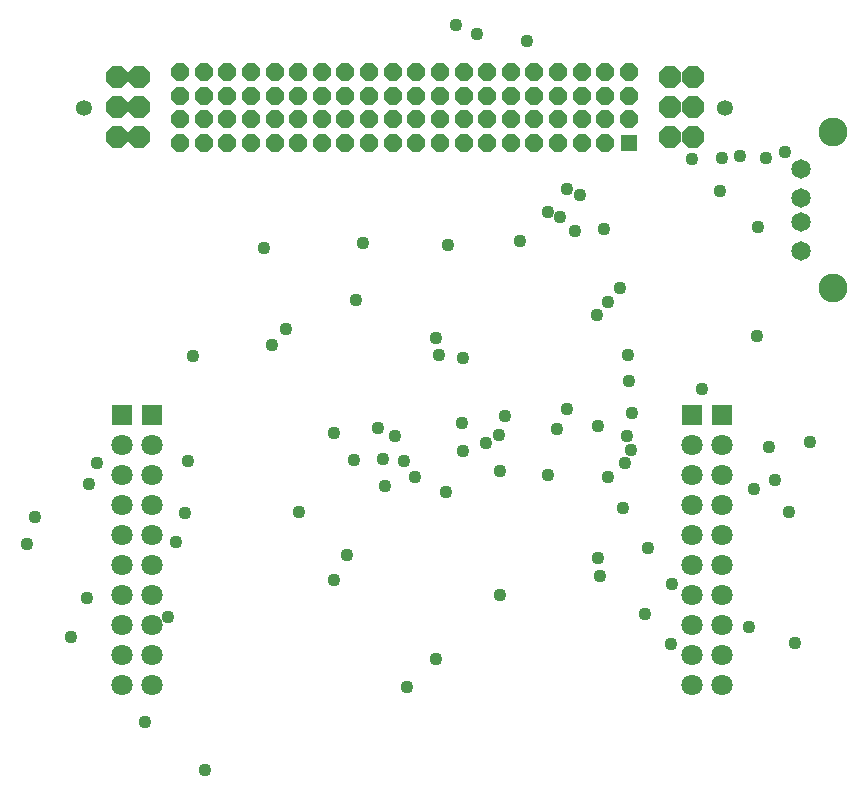
<source format=gbs>
G75*
%MOIN*%
%OFA0B0*%
%FSLAX25Y25*%
%IPPOS*%
%LPD*%
%AMOC8*
5,1,8,0,0,1.08239X$1,22.5*
%
%ADD10R,0.07096X0.07096*%
%ADD11C,0.07096*%
%ADD12C,0.05324*%
%ADD13OC8,0.07096*%
%ADD14R,0.05679X0.05679*%
%ADD15OC8,0.05679*%
%ADD16C,0.06506*%
%ADD17C,0.09655*%
%ADD18C,0.04362*%
D10*
X0061800Y0136800D03*
X0071800Y0136800D03*
X0251800Y0136800D03*
X0261800Y0136800D03*
D11*
X0061800Y0046800D03*
X0061800Y0056800D03*
X0071800Y0056800D03*
X0071800Y0046800D03*
X0071800Y0066800D03*
X0071800Y0076800D03*
X0061800Y0076800D03*
X0061800Y0066800D03*
X0061800Y0086800D03*
X0071800Y0086800D03*
X0071800Y0096800D03*
X0071800Y0106800D03*
X0061800Y0106800D03*
X0061800Y0096800D03*
X0061800Y0116800D03*
X0071800Y0116800D03*
X0071800Y0126800D03*
X0061800Y0126800D03*
X0251800Y0126800D03*
X0261800Y0126800D03*
X0261800Y0116800D03*
X0251800Y0116800D03*
X0251800Y0106800D03*
X0261800Y0106800D03*
X0261800Y0096800D03*
X0251800Y0096800D03*
X0251800Y0086800D03*
X0261800Y0086800D03*
X0261800Y0076800D03*
X0251800Y0076800D03*
X0251800Y0066800D03*
X0261800Y0066800D03*
X0261800Y0056800D03*
X0251800Y0056800D03*
X0251800Y0046800D03*
X0261800Y0046800D03*
D12*
X0263020Y0239167D03*
X0049280Y0239167D03*
D13*
X0060146Y0239285D03*
X0067548Y0239285D03*
X0067548Y0229285D03*
X0060146Y0229285D03*
X0060146Y0249285D03*
X0067548Y0249285D03*
X0244752Y0249281D03*
X0252154Y0249281D03*
X0252154Y0239281D03*
X0244752Y0239281D03*
X0244752Y0229281D03*
X0252154Y0229281D03*
D14*
X0230953Y0227474D03*
D15*
X0223079Y0227474D03*
X0215205Y0227474D03*
X0207331Y0227474D03*
X0199457Y0227474D03*
X0191583Y0227474D03*
X0183709Y0227474D03*
X0175835Y0227474D03*
X0167961Y0227474D03*
X0160087Y0227474D03*
X0152213Y0227474D03*
X0144339Y0227474D03*
X0136465Y0227474D03*
X0128591Y0227474D03*
X0120717Y0227474D03*
X0112843Y0227474D03*
X0104969Y0227474D03*
X0097095Y0227474D03*
X0089221Y0227474D03*
X0081347Y0227474D03*
X0081347Y0235348D03*
X0089221Y0235348D03*
X0097095Y0235348D03*
X0104969Y0235348D03*
X0112843Y0235348D03*
X0120717Y0235348D03*
X0128591Y0235348D03*
X0136465Y0235348D03*
X0144339Y0235348D03*
X0152213Y0235348D03*
X0160087Y0235348D03*
X0167961Y0235348D03*
X0175835Y0235348D03*
X0183709Y0235348D03*
X0191583Y0235348D03*
X0199457Y0235348D03*
X0207331Y0235348D03*
X0215205Y0235348D03*
X0223079Y0235348D03*
X0230953Y0235348D03*
X0230953Y0243222D03*
X0223079Y0243222D03*
X0215205Y0243222D03*
X0207331Y0243222D03*
X0199457Y0243222D03*
X0191583Y0243222D03*
X0183709Y0243222D03*
X0175835Y0243222D03*
X0167961Y0243222D03*
X0160087Y0243222D03*
X0152213Y0243222D03*
X0144339Y0243222D03*
X0136465Y0243222D03*
X0128591Y0243222D03*
X0120717Y0243222D03*
X0112843Y0243222D03*
X0104969Y0243222D03*
X0097095Y0243222D03*
X0089221Y0243222D03*
X0081347Y0243222D03*
X0081347Y0251096D03*
X0089221Y0251096D03*
X0097095Y0251096D03*
X0104969Y0251096D03*
X0112843Y0251096D03*
X0120717Y0251096D03*
X0128591Y0251096D03*
X0136465Y0251096D03*
X0144339Y0251096D03*
X0152213Y0251096D03*
X0160087Y0251096D03*
X0167961Y0251096D03*
X0175835Y0251096D03*
X0183709Y0251096D03*
X0191583Y0251096D03*
X0199457Y0251096D03*
X0207331Y0251096D03*
X0215205Y0251096D03*
X0223079Y0251096D03*
X0230953Y0251096D03*
D16*
X0288358Y0218855D03*
X0288358Y0209012D03*
X0288358Y0201138D03*
X0288358Y0191295D03*
D17*
X0299028Y0179209D03*
X0299028Y0230941D03*
D18*
X0282825Y0224325D03*
X0276525Y0222525D03*
X0267975Y0223200D03*
X0262125Y0222525D03*
X0252000Y0222075D03*
X0261450Y0211500D03*
X0273825Y0199350D03*
X0273600Y0162900D03*
X0255375Y0145350D03*
X0231075Y0148050D03*
X0230625Y0156600D03*
X0220275Y0170100D03*
X0224100Y0174375D03*
X0227925Y0179100D03*
X0212850Y0198000D03*
X0208125Y0202725D03*
X0204075Y0204525D03*
X0210375Y0212175D03*
X0214650Y0210150D03*
X0222525Y0198675D03*
X0194625Y0194850D03*
X0170775Y0193500D03*
X0142425Y0193950D03*
X0139950Y0175050D03*
X0116550Y0165375D03*
X0112050Y0160200D03*
X0085725Y0156375D03*
X0083925Y0121500D03*
X0083025Y0103950D03*
X0079875Y0094500D03*
X0077175Y0069525D03*
X0050400Y0075825D03*
X0045000Y0062775D03*
X0069525Y0034425D03*
X0089550Y0018225D03*
X0156825Y0045900D03*
X0166725Y0055350D03*
X0188100Y0076725D03*
X0221400Y0083025D03*
X0220500Y0089100D03*
X0237375Y0092250D03*
X0245250Y0080550D03*
X0236250Y0070425D03*
X0244800Y0060525D03*
X0271125Y0065925D03*
X0286425Y0060750D03*
X0284175Y0104400D03*
X0272475Y0112050D03*
X0279675Y0114975D03*
X0277650Y0126000D03*
X0291150Y0127575D03*
X0231750Y0125100D03*
X0230400Y0129825D03*
X0231975Y0137250D03*
X0220725Y0133200D03*
X0210150Y0138825D03*
X0207000Y0132075D03*
X0203850Y0116775D03*
X0188100Y0118125D03*
X0183150Y0127350D03*
X0187650Y0130050D03*
X0189675Y0136350D03*
X0175275Y0134100D03*
X0175500Y0124650D03*
X0159750Y0116100D03*
X0155925Y0121500D03*
X0148950Y0121950D03*
X0149625Y0113175D03*
X0139275Y0121725D03*
X0132525Y0130725D03*
X0147150Y0132300D03*
X0153000Y0129825D03*
X0170100Y0111150D03*
X0136800Y0090000D03*
X0132525Y0081675D03*
X0121050Y0104400D03*
X0167625Y0156600D03*
X0175500Y0155700D03*
X0166500Y0162450D03*
X0109350Y0192375D03*
X0053550Y0120825D03*
X0050850Y0113625D03*
X0032850Y0102825D03*
X0030375Y0093825D03*
X0224100Y0116100D03*
X0229500Y0120600D03*
X0228825Y0105750D03*
X0196875Y0261225D03*
X0180450Y0263700D03*
X0173250Y0266625D03*
M02*

</source>
